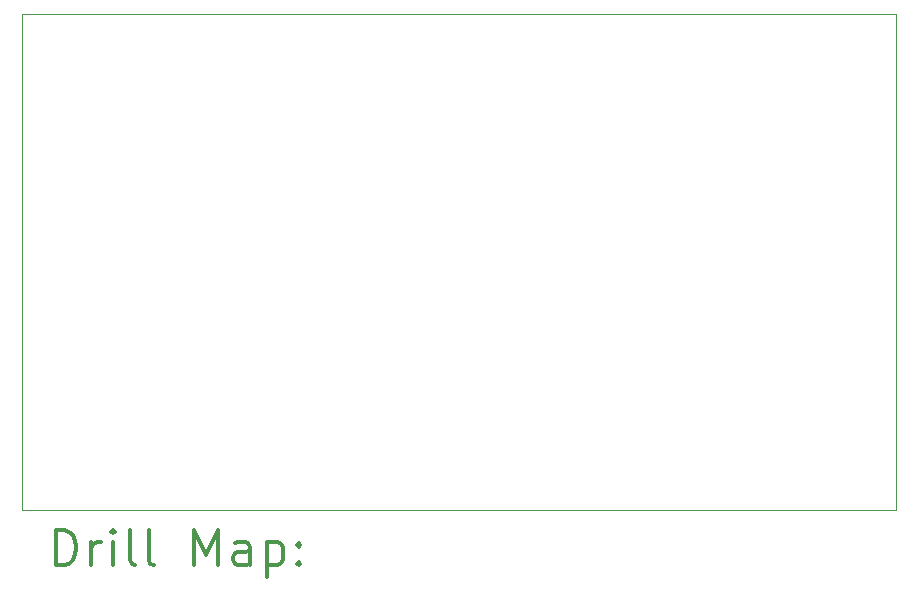
<source format=gbr>
%FSLAX45Y45*%
G04 Gerber Fmt 4.5, Leading zero omitted, Abs format (unit mm)*
G04 Created by KiCad (PCBNEW 5.1.5+dfsg1-2build2) date 2020-09-30 09:27:40*
%MOMM*%
%LPD*%
G04 APERTURE LIST*
%TA.AperFunction,Profile*%
%ADD10C,0.050000*%
%TD*%
%ADD11C,0.200000*%
%ADD12C,0.300000*%
G04 APERTURE END LIST*
D10*
X6000000Y-11200000D02*
X6000000Y-7000000D01*
X13400000Y-11200000D02*
X6000000Y-11200000D01*
X13400000Y-7000000D02*
X13400000Y-11200000D01*
X6000000Y-7000000D02*
X13400000Y-7000000D01*
D11*
D12*
X6283928Y-11668214D02*
X6283928Y-11368214D01*
X6355357Y-11368214D01*
X6398214Y-11382500D01*
X6426786Y-11411071D01*
X6441071Y-11439643D01*
X6455357Y-11496786D01*
X6455357Y-11539643D01*
X6441071Y-11596786D01*
X6426786Y-11625357D01*
X6398214Y-11653929D01*
X6355357Y-11668214D01*
X6283928Y-11668214D01*
X6583928Y-11668214D02*
X6583928Y-11468214D01*
X6583928Y-11525357D02*
X6598214Y-11496786D01*
X6612500Y-11482500D01*
X6641071Y-11468214D01*
X6669643Y-11468214D01*
X6769643Y-11668214D02*
X6769643Y-11468214D01*
X6769643Y-11368214D02*
X6755357Y-11382500D01*
X6769643Y-11396786D01*
X6783928Y-11382500D01*
X6769643Y-11368214D01*
X6769643Y-11396786D01*
X6955357Y-11668214D02*
X6926786Y-11653929D01*
X6912500Y-11625357D01*
X6912500Y-11368214D01*
X7112500Y-11668214D02*
X7083928Y-11653929D01*
X7069643Y-11625357D01*
X7069643Y-11368214D01*
X7455357Y-11668214D02*
X7455357Y-11368214D01*
X7555357Y-11582500D01*
X7655357Y-11368214D01*
X7655357Y-11668214D01*
X7926786Y-11668214D02*
X7926786Y-11511071D01*
X7912500Y-11482500D01*
X7883928Y-11468214D01*
X7826786Y-11468214D01*
X7798214Y-11482500D01*
X7926786Y-11653929D02*
X7898214Y-11668214D01*
X7826786Y-11668214D01*
X7798214Y-11653929D01*
X7783928Y-11625357D01*
X7783928Y-11596786D01*
X7798214Y-11568214D01*
X7826786Y-11553929D01*
X7898214Y-11553929D01*
X7926786Y-11539643D01*
X8069643Y-11468214D02*
X8069643Y-11768214D01*
X8069643Y-11482500D02*
X8098214Y-11468214D01*
X8155357Y-11468214D01*
X8183928Y-11482500D01*
X8198214Y-11496786D01*
X8212500Y-11525357D01*
X8212500Y-11611071D01*
X8198214Y-11639643D01*
X8183928Y-11653929D01*
X8155357Y-11668214D01*
X8098214Y-11668214D01*
X8069643Y-11653929D01*
X8341071Y-11639643D02*
X8355357Y-11653929D01*
X8341071Y-11668214D01*
X8326786Y-11653929D01*
X8341071Y-11639643D01*
X8341071Y-11668214D01*
X8341071Y-11482500D02*
X8355357Y-11496786D01*
X8341071Y-11511071D01*
X8326786Y-11496786D01*
X8341071Y-11482500D01*
X8341071Y-11511071D01*
M02*

</source>
